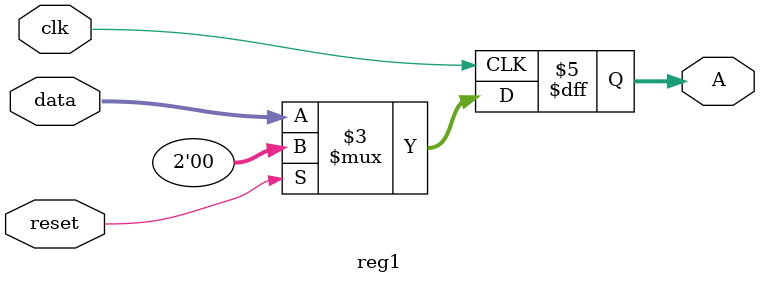
<source format=v>
module reg1 #(parameter W=2) (input clk,reset,input [W-1:0] data,
output reg [W-1:0] A);


always @(posedge clk)
begin
	if(reset) A<=0;
	else A<=data;
end
		
endmodule
</source>
